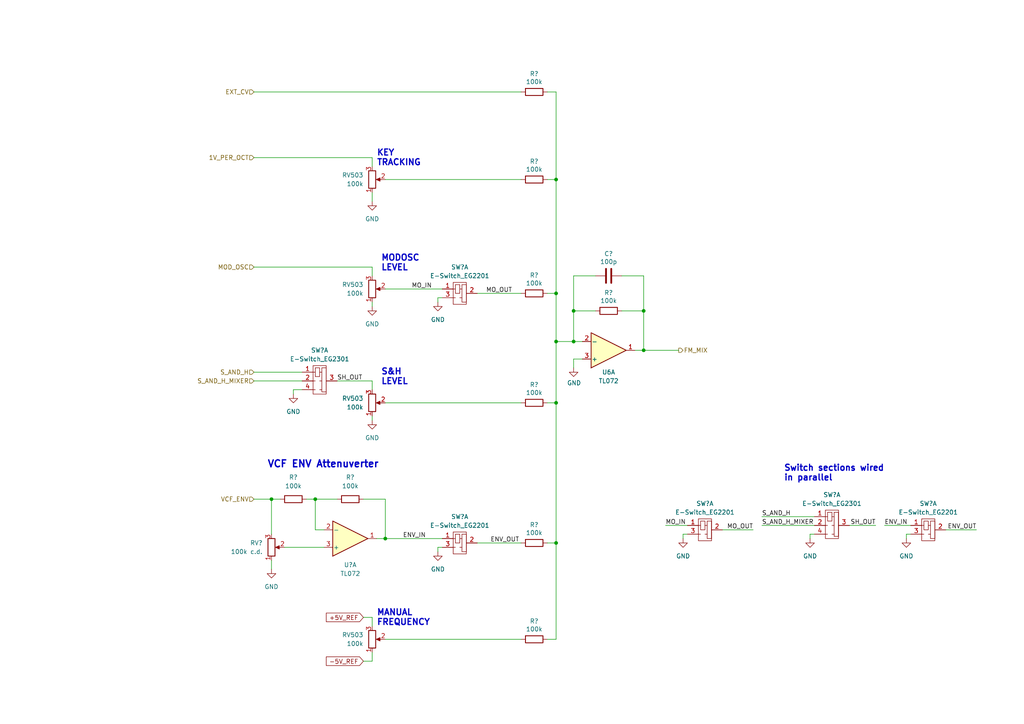
<source format=kicad_sch>
(kicad_sch (version 20230121) (generator eeschema)
  (paper "A4")
  (title_block (title "MICRO-OX VCF/VCA board") (date "2023-03-21") (rev "0") (comment 1 "creativecommons.org/licenses/by/4.0/") (comment 2 "License: CC by 4.0") (comment 3 "Author: Jordan Aceto"))
  (lib_symbols
    (symbol "Amplifier_Operational:TL072" (pin_names (offset 0.127))
      (property "Reference" "U" (at 0 5.08 0))
      (property "Value" "TL072" (at 0 -5.08 0))
      (symbol "TL072_1_1"
        (polyline (pts (xy -5.08 5.08) (xy 5.08 0) (xy -5.08 -5.08) (xy -5.08 5.08)) (stroke (width 0.254)) (fill (type background)))
        (pin output line (at 7.62 0 180) (length 2.54) (name "~") (number "1"))
        (pin input line (at -7.62 -2.54 0) (length 2.54) (name "-") (number "2"))
        (pin input line (at -7.62 2.54 0) (length 2.54) (name "+") (number "3"))
      )
      (symbol "TL072_2_1"
        (polyline (pts (xy -5.08 5.08) (xy 5.08 0) (xy -5.08 -5.08) (xy -5.08 5.08)) (stroke (width 0.254)) (fill (type background)))
        (pin input line (at -7.62 2.54 0) (length 2.54) (name "+") (number "5"))
        (pin input line (at -7.62 -2.54 0) (length 2.54) (name "-") (number "6"))
        (pin output line (at 7.62 0 180) (length 2.54) (name "~") (number "7"))
      )
      (symbol "TL072_3_1"
        (pin power_in line (at -2.54 -7.62 90) (length 3.81) (name "V-") (number "4"))
        (pin power_in line (at -2.54 7.62 270) (length 3.81) (name "V+") (number "8"))
      )
    )
    (symbol "Device:C" (pin_numbers hide) (pin_names (offset 0.254))
      (property "Reference" "C" (at 0.635 2.54 0))
      (property "Value" "C" (at 0.635 -2.54 0))
      (symbol "C_0_1"
        (polyline (pts (xy -2.032 -0.762) (xy 2.032 -0.762)) (stroke (width 0.508)))
        (polyline (pts (xy -2.032 0.762) (xy 2.032 0.762)) (stroke (width 0.508)))
      )
      (symbol "C_1_1"
        (pin passive line (at 0 3.81 270) (length 2.794) (name "~") (number "1"))
        (pin passive line (at 0 -3.81 90) (length 2.794) (name "~") (number "2"))
      )
    )
    (symbol "Device:R" (pin_numbers hide) (pin_names (offset 0))
      (property "Reference" "R" (at 2.032 0 90))
      (property "Value" "R" (at 0 0 90))
      (symbol "R_0_1"
        (rectangle (start -1.016 -2.54) (end 1.016 2.54) (stroke (width 0.254)))
      )
      (symbol "R_1_1"
        (pin passive line (at 0 3.81 270) (length 1.27) (name "~") (number "1"))
        (pin passive line (at 0 -3.81 90) (length 1.27) (name "~") (number "2"))
      )
    )
    (symbol "Device:R_Potentiometer" (pin_names (offset 1.016) hide)
      (property "Reference" "RV" (at -4.445 0 90))
      (property "Value" "R_Potentiometer" (at -2.54 0 90))
      (symbol "R_Potentiometer_0_1"
        (polyline (pts (xy 2.54 0) (xy 1.524 0)))
        (polyline (pts (xy 1.143 0) (xy 2.286 0.508) (xy 2.286 -0.508) (xy 1.143 0)) (fill (type outline)))
        (rectangle (start 1.016 2.54) (end -1.016 -2.54) (stroke (width 0.254)))
      )
      (symbol "R_Potentiometer_1_1"
        (pin passive line (at 0 3.81 270) (length 1.27) (name "1") (number "1"))
        (pin passive line (at 3.81 0 180) (length 1.27) (name "2") (number "2"))
        (pin passive line (at 0 -3.81 90) (length 1.27) (name "3") (number "3"))
      )
    )
    (symbol "custom_symbols:E-Switch_EG2201" (pin_names (offset 1.016) hide)
      (property "Reference" "SW?" (at 0 7.62 0))
      (property "Value" "E-Switch_EG2201" (at 0 5.08 0))
      (symbol "E-Switch_EG2201_0_1"
        (rectangle (start -1.905 2.54) (end -0.635 -2.54))
        (rectangle (start -1.905 3.175) (end 1.905 -3.175))
        (polyline (pts (xy -0.635 -1.27) (xy 0 -1.27)))
        (polyline (pts (xy -0.635 1.27) (xy 0 1.27)))
        (polyline (pts (xy 1.27 -1.27) (xy 1.905 -1.27)))
        (polyline (pts (xy 1.27 1.27) (xy 1.905 1.27) (xy 1.27 1.27)))
        (rectangle (start 0 2.54) (end 1.27 0))
      )
      (symbol "E-Switch_EG2201_1_1"
        (pin passive line (at 5.08 1.27 180) (length 3.175) (name "1") (number "1"))
        (pin passive line (at -5.08 0 0) (length 3.175) (name "2") (number "2"))
        (pin passive line (at 5.08 -1.27 180) (length 3.175) (name "3") (number "3"))
      )
      (symbol "E-Switch_EG2201_2_1"
        (pin passive line (at 5.08 1.27 180) (length 3.175) (name "4") (number "4"))
        (pin passive line (at -5.08 0 0) (length 3.175) (name "5") (number "5"))
        (pin passive line (at 5.08 -1.27 180) (length 3.175) (name "6") (number "6"))
      )
    )
    (symbol "custom_symbols:E-Switch_EG2301" (pin_names (offset 1.016) hide)
      (property "Reference" "SW?" (at 0 8.89 0))
      (property "Value" "E-Switch_EG2301" (at 0 6.35 0))
      (symbol "E-Switch_EG2301_0_1"
        (rectangle (start -1.905 3.81) (end -0.635 -3.175))
        (rectangle (start -1.905 4.445) (end 1.905 -3.81))
        (polyline (pts (xy -0.635 -2.54) (xy 0 -2.54)))
        (polyline (pts (xy -0.635 0) (xy 0 0)))
        (polyline (pts (xy -0.635 2.54) (xy 0 2.54)))
        (polyline (pts (xy 1.27 -2.54) (xy 1.905 -2.54)))
        (polyline (pts (xy 1.27 0) (xy 1.905 0)))
        (polyline (pts (xy 1.27 2.54) (xy 1.905 2.54) (xy 1.27 2.54)))
        (rectangle (start 0 3.81) (end 1.27 1.27))
      )
      (symbol "E-Switch_EG2301_1_1"
        (pin passive line (at 5.08 2.54 180) (length 3.175) (name "1") (number "1"))
        (pin passive line (at 5.08 0 180) (length 3.175) (name "2") (number "2"))
        (pin passive line (at -5.08 0 0) (length 3.175) (name "3") (number "3"))
        (pin passive line (at 5.08 -2.54 180) (length 3.175) (name "4") (number "4"))
      )
      (symbol "E-Switch_EG2301_2_1"
        (pin passive line (at 5.08 2.54 180) (length 3.175) (name "5") (number "5"))
        (pin passive line (at 5.08 0 180) (length 3.175) (name "6") (number "6"))
        (pin passive line (at -5.08 0 0) (length 3.175) (name "7") (number "7"))
        (pin passive line (at 5.08 -2.54 180) (length 3.175) (name "8") (number "8"))
      )
    )
    (symbol "power:GND" (power) (pin_names (offset 0))
      (property "Value" "GND" (at 0 -3.81 0))
      (symbol "GND_0_1"
        (polyline (pts (xy 0 0) (xy 0 -1.27) (xy 1.27 -1.27) (xy 0 -2.54) (xy -1.27 -1.27) (xy 0 -1.27)))
      )
      (symbol "GND_1_1"
        (pin power_in line (at 0 0 270) (length 0) hide (name "GND") (number "1"))
      )
    )
  )
  (junction (at 186.69 101.6))
  (junction (at 161.29 85.09))
  (junction (at 166.37 99.06))
  (junction (at 111.76 156.21))
  (junction (at 161.29 157.48))
  (junction (at 78.74 144.78))
  (junction (at 91.44 144.78))
  (junction (at 186.69 90.17))
  (junction (at 161.29 99.06))
  (junction (at 161.29 52.07))
  (junction (at 161.29 116.84))
  (junction (at 166.37 90.17))
  (wire (pts (xy 234.95 154.94) (xy 236.22 154.94)))
  (wire (pts (xy 186.69 90.17) (xy 186.69 101.6)))
  (wire (pts (xy 85.09 113.03) (xy 85.09 114.3)))
  (wire (pts (xy 166.37 80.01) (xy 166.37 90.17)))
  (wire (pts (xy 262.89 154.94) (xy 264.16 154.94)))
  (wire (pts (xy 220.98 152.4) (xy 236.22 152.4)))
  (wire (pts (xy 166.37 80.01) (xy 172.72 80.01)))
  (wire (pts (xy 193.04 152.4) (xy 199.39 152.4)))
  (wire (pts (xy 91.44 153.67) (xy 91.44 144.78)))
  (wire (pts (xy 186.69 90.17) (xy 186.69 80.01)))
  (wire (pts (xy 274.32 153.67) (xy 283.21 153.67)))
  (wire (pts (xy 111.76 185.42) (xy 151.13 185.42)))
  (wire (pts (xy 158.75 85.09) (xy 161.29 85.09)))
  (wire (pts (xy 107.95 179.07) (xy 107.95 181.61)))
  (wire (pts (xy 127 158.75) (xy 128.27 158.75)))
  (wire (pts (xy 107.95 77.47) (xy 107.95 80.01)))
  (wire (pts (xy 246.38 152.4) (xy 254 152.4)))
  (wire (pts (xy 111.76 156.21) (xy 111.76 144.78)))
  (wire (pts (xy 198.12 154.94) (xy 199.39 154.94)))
  (wire (pts (xy 166.37 99.06) (xy 161.29 99.06)))
  (wire (pts (xy 161.29 26.67) (xy 161.29 52.07)))
  (wire (pts (xy 198.12 156.21) (xy 198.12 154.94)))
  (wire (pts (xy 161.29 99.06) (xy 161.29 116.84)))
  (wire (pts (xy 127 87.63) (xy 127 86.36)))
  (wire (pts (xy 209.55 153.67) (xy 218.44 153.67)))
  (wire (pts (xy 172.72 90.17) (xy 166.37 90.17)))
  (wire (pts (xy 138.43 157.48) (xy 151.13 157.48)))
  (wire (pts (xy 111.76 156.21) (xy 128.27 156.21)))
  (wire (pts (xy 256.54 152.4) (xy 264.16 152.4)))
  (wire (pts (xy 82.55 158.75) (xy 93.98 158.75)))
  (wire (pts (xy 88.9 144.78) (xy 91.44 144.78)))
  (wire (pts (xy 107.95 45.72) (xy 107.95 48.26)))
  (wire (pts (xy 161.29 157.48) (xy 158.75 157.48)))
  (wire (pts (xy 234.95 156.21) (xy 234.95 154.94)))
  (wire (pts (xy 138.43 85.09) (xy 151.13 85.09)))
  (wire (pts (xy 180.34 90.17) (xy 186.69 90.17)))
  (wire (pts (xy 78.74 162.56) (xy 78.74 165.1)))
  (wire (pts (xy 161.29 52.07) (xy 161.29 85.09)))
  (wire (pts (xy 107.95 113.03) (xy 107.95 110.49)))
  (wire (pts (xy 107.95 58.42) (xy 107.95 55.88)))
  (wire (pts (xy 166.37 104.14) (xy 168.91 104.14)))
  (wire (pts (xy 78.74 144.78) (xy 81.28 144.78)))
  (wire (pts (xy 111.76 83.82) (xy 128.27 83.82)))
  (wire (pts (xy 91.44 144.78) (xy 97.79 144.78)))
  (wire (pts (xy 73.66 45.72) (xy 107.95 45.72)))
  (wire (pts (xy 107.95 191.77) (xy 107.95 189.23)))
  (wire (pts (xy 220.98 149.86) (xy 236.22 149.86)))
  (wire (pts (xy 168.91 99.06) (xy 166.37 99.06)))
  (wire (pts (xy 166.37 99.06) (xy 166.37 90.17)))
  (wire (pts (xy 186.69 80.01) (xy 180.34 80.01)))
  (wire (pts (xy 161.29 85.09) (xy 161.29 99.06)))
  (wire (pts (xy 111.76 116.84) (xy 151.13 116.84)))
  (wire (pts (xy 105.41 191.77) (xy 107.95 191.77)))
  (wire (pts (xy 158.75 26.67) (xy 161.29 26.67)))
  (wire (pts (xy 73.66 110.49) (xy 87.63 110.49)))
  (wire (pts (xy 184.15 101.6) (xy 186.69 101.6)))
  (wire (pts (xy 161.29 185.42) (xy 158.75 185.42)))
  (wire (pts (xy 78.74 154.94) (xy 78.74 144.78)))
  (wire (pts (xy 73.66 107.95) (xy 87.63 107.95)))
  (wire (pts (xy 111.76 144.78) (xy 105.41 144.78)))
  (wire (pts (xy 109.22 156.21) (xy 111.76 156.21)))
  (wire (pts (xy 161.29 157.48) (xy 161.29 185.42)))
  (wire (pts (xy 111.76 52.07) (xy 151.13 52.07)))
  (wire (pts (xy 105.41 179.07) (xy 107.95 179.07)))
  (wire (pts (xy 158.75 52.07) (xy 161.29 52.07)))
  (wire (pts (xy 107.95 120.65) (xy 107.95 121.92)))
  (wire (pts (xy 93.98 153.67) (xy 91.44 153.67)))
  (wire (pts (xy 158.75 116.84) (xy 161.29 116.84)))
  (wire (pts (xy 161.29 116.84) (xy 161.29 157.48)))
  (wire (pts (xy 73.66 77.47) (xy 107.95 77.47)))
  (wire (pts (xy 127 160.02) (xy 127 158.75)))
  (wire (pts (xy 262.89 156.21) (xy 262.89 154.94)))
  (wire (pts (xy 107.95 87.63) (xy 107.95 88.9)))
  (wire (pts (xy 73.66 144.78) (xy 78.74 144.78)))
  (wire (pts (xy 85.09 113.03) (xy 87.63 113.03)))
  (wire (pts (xy 73.66 26.67) (xy 151.13 26.67)))
  (wire (pts (xy 127 86.36) (xy 128.27 86.36)))
  (wire (pts (xy 107.95 110.49) (xy 97.79 110.49)))
  (wire (pts (xy 166.37 106.68) (xy 166.37 104.14)))
  (wire (pts (xy 186.69 101.6) (xy 196.85 101.6)))
  (text "KEY\nTRACKING" (at 109.22 48.26 0) (effects (font (size 1.75 1.75) (thickness 0.35) bold) (justify left bottom)))
  (text "MANUAL\nFREQUENCY" (at 109.22 181.61 0) (effects (font (size 1.75 1.75) (thickness 0.35) bold) (justify left bottom)))
  (text "Switch sections wired\nin parallel" (at 227.33 139.7 0) (effects (font (size 1.75 1.75) bold) (justify left bottom)))
  (text "S&H\nLEVEL" (at 110.49 111.76 0) (effects (font (size 1.75 1.75) (thickness 0.35) bold) (justify left bottom)))
  (text "VCF ENV Attenuverter" (at 77.47 135.89 0) (effects (font (size 2 2) (thickness 0.4) bold) (justify left bottom)))
  (text "MODOSC\nLEVEL" (at 110.49 78.74 0) (effects (font (size 1.75 1.75) (thickness 0.35) bold) (justify left bottom)))
  (label "ENV_IN" (at 116.84 156.21 0))
  (label "MO_IN" (at 193.04 152.4 0))
  (label "S_AND_H_MIXER" (at 220.98 152.4 0))
  (label "MO_OUT" (at 218.44 153.67 180))
  (label "S_AND_H" (at 220.98 149.86 0))
  (label "ENV_OUT" (at 142.24 157.48 0))
  (label "SH_OUT" (at 254 152.4 180))
  (label "MO_IN" (at 119.38 83.82 0))
  (label "ENV_IN" (at 256.54 152.4 0))
  (label "ENV_OUT" (at 283.21 153.67 180))
  (label "MO_OUT" (at 140.97 85.09 0))
  (label "SH_OUT" (at 97.79 110.49 0))
  (global_label "+5V_REF" (shape input) (at 105.41 179.07 180) (property "Intersheetrefs" "${INTERSHEET_REFS}" (effects hide)))
  (global_label "-5V_REF" (shape input) (at 105.41 191.77 180) (property "Intersheetrefs" "${INTERSHEET_REFS}" (effects hide)))
  (hierarchical_label "FM_MIX" (shape output) (at 196.85 101.6 0))
  (hierarchical_label "1V_PER_OCT" (shape input) (at 73.66 45.72 180))
  (hierarchical_label "S_AND_H" (shape input) (at 73.66 107.95 180))
  (hierarchical_label "MOD_OSC" (shape input) (at 73.66 77.47 180))
  (hierarchical_label "S_AND_H_MIXER" (shape input) (at 73.66 110.49 180))
  (hierarchical_label "VCF_ENV" (shape input) (at 73.66 144.78 180))
  (hierarchical_label "EXT_CV" (shape input) (at 73.66 26.67 180))
  (symbol (lib_id "power:GND") (at 262.89 156.21 0) (unit 1)
    (property "Reference" "#PWR086" (effects hide))
    (property "Value" "GND" (at 262.89 161.29 0))
    (instances (project "main_VCO_board" (path "" (reference "#PWR086") (unit 1)) (path "" (reference "#PWR049") (unit 1))) (project "VCF_VCA_board" (path "" (reference "#PWR012") (unit 1)) (path "" (reference "#PWR0411") (unit 1))))
  )
  (symbol (lib_id "Device:R") (at 154.94 85.09 270) (unit 1)
    (property "Reference" "R?" (at 154.94 79.8322 90))
    (property "Value" "100k" (at 154.94 82.1436 90))
    (property "Footprint" "Resistor_SMD:R_0603_1608Metric" (effects hide))
    (instances (project "main_VCO_board" (path "" (reference "R?") (unit 1)) (path "" (reference "R?") (unit 1))) (project "VCF_VCA_board" (path "" (reference "R405") (unit 1))))
  )
  (symbol (lib_id "Device:R") (at 176.53 90.17 270) (unit 1)
    (property "Reference" "R?" (at 176.53 84.9122 90))
    (property "Value" "100k" (at 176.53 87.2236 90))
    (property "Footprint" "Resistor_SMD:R_0603_1608Metric" (effects hide))
    (instances (project "main_VCO_board" (path "" (reference "R?") (unit 1)) (path "" (reference "R?") (unit 1))) (project "VCF_VCA_board" (path "" (reference "R409") (unit 1))))
  )
  (symbol (lib_id "Device:R") (at 85.09 144.78 90) (unit 1)
    (property "Reference" "R?" (at 85.09 138.43 90))
    (property "Value" "100k" (at 85.09 140.97 90))
    (property "Footprint" "Resistor_SMD:R_0603_1608Metric" (effects hide))
    (instances (project "main_VCO_board" (path "" (reference "R?") (unit 1))) (project "VCF_VCA_board" (path "" (reference "R?") (unit 1)) (path "" (reference "R401") (unit 1))))
  )
  (symbol (lib_id "power:GND") (at 107.95 121.92 0) (unit 1)
    (property "Reference" "#PWR043" (effects hide))
    (property "Value" "GND" (at 107.95 127 0))
    (instances (project "main_VCO_board" (path "" (reference "#PWR043") (unit 1))) (project "VCF_VCA_board" (path "" (reference "#PWR010") (unit 1)) (path "" (reference "#PWR0405") (unit 1))))
  )
  (symbol (lib_id "custom_symbols:E-Switch_EG2201") (at 204.47 153.67 0) (mirror y) (unit 1)
    (property "Reference" "SW?" (at 204.47 146.05 0))
    (property "Value" "E-Switch_EG2201" (at 204.47 148.59 0))
    (property "Footprint" "custom_footprints:E-Switch_EG2201" (effects hide))
    (property "Datasheet" "https://www.e-switch.com/wp-content/uploads/2022/06/EG.pdf" (effects hide))
    (instances (project "main_VCO_board" (path "" (reference "SW?") (unit 1)) (path "" (reference "SW?") (unit 1))) (project "VCF_VCA_board" (path "" (reference "SW?") (unit 1)) (path "" (reference "SW2") (unit 2))))
  )
  (symbol (lib_id "power:GND") (at 127 160.02 0) (unit 1)
    (property "Reference" "#PWR086" (effects hide))
    (property "Value" "GND" (at 127 165.1 0))
    (instances (project "main_VCO_board" (path "" (reference "#PWR086") (unit 1)) (path "" (reference "#PWR049") (unit 1))) (project "VCF_VCA_board" (path "" (reference "#PWR012") (unit 1)) (path "" (reference "#PWR0408") (unit 1))))
  )
  (symbol (lib_id "Amplifier_Operational:TL072") (at 101.6 156.21 0) (mirror x) (unit 1)
    (property "Reference" "U?" (at 101.6 163.83 0))
    (property "Value" "TL072" (at 101.6 166.37 0))
    (property "Footprint" "Package_SO:SOIC-8_3.9x4.9mm_P1.27mm" (effects hide))
    (property "Datasheet" "http://www.ti.com/lit/ds/symlink/tl071.pdf" (effects hide))
    (instances (project "main_VCO_board" (path "" (reference "U?") (unit 1))) (project "VCF_VCA_board" (path "" (reference "U?") (unit 1)) (path "" (reference "U5") (unit 1))))
  )
  (symbol (lib_id "custom_symbols:E-Switch_EG2201") (at 133.35 157.48 0) (mirror y) (unit 1)
    (property "Reference" "SW?" (at 133.35 149.86 0))
    (property "Value" "E-Switch_EG2201" (at 133.35 152.4 0))
    (property "Footprint" "custom_footprints:E-Switch_EG2201" (effects hide))
    (property "Datasheet" "https://www.e-switch.com/wp-content/uploads/2022/06/EG.pdf" (effects hide))
    (instances (project "main_VCO_board" (path "" (reference "SW?") (unit 1)) (path "" (reference "SW?") (unit 1))) (project "VCF_VCA_board" (path "" (reference "SW?") (unit 1)) (path "" (reference "SW4") (unit 1))))
  )
  (symbol (lib_id "power:GND") (at 166.37 106.68 0) (unit 1)
    (property "Reference" "#PWR01" (effects hide))
    (property "Value" "~" (at 166.497 111.0742 0))
    (instances (project "main_VCO_board" (path "" (reference "#PWR01") (unit 1)) (path "" (reference "#PWR040") (unit 1))) (project "VCF_VCA_board" (path "" (reference "#PWR0409") (unit 1))))
  )
  (symbol (lib_id "power:GND") (at 78.74 165.1 0) (unit 1)
    (property "Reference" "#PWR054" (effects hide))
    (property "Value" "GND" (at 78.74 170.18 0))
    (instances (project "main_VCO_board" (path "" (reference "#PWR054") (unit 1))) (project "VCF_VCA_board" (path "" (reference "#PWR08") (unit 1)) (path "" (reference "#PWR0401") (unit 1))))
  )
  (symbol (lib_id "Device:R_Potentiometer") (at 107.95 116.84 0) (mirror x) (unit 1)
    (property "Reference" "RV503" (at 105.41 115.57 0) (effects (justify right)))
    (property "Value" "100k" (at 105.41 118.11 0) (effects (justify right)))
    (property "Footprint" "Potentiometer_THT:Potentiometer_Alpha_RD901F-40-00D_Single_Vertical" (effects hide))
    (instances (project "main_VCO_board" (path "" (reference "RV503") (unit 1)) (path "" (reference "RV?") (unit 1))) (project "VCF_VCA_board" (path "" (reference "RV?") (unit 1)) (path "" (reference "RV5") (unit 1))))
  )
  (symbol (lib_id "Device:R") (at 154.94 116.84 270) (unit 1)
    (property "Reference" "R?" (at 154.94 111.5822 90))
    (property "Value" "100k" (at 154.94 113.8936 90))
    (property "Footprint" "Resistor_SMD:R_0603_1608Metric" (effects hide))
    (instances (project "main_VCO_board" (path "" (reference "R?") (unit 1)) (path "" (reference "R?") (unit 1))) (project "VCF_VCA_board" (path "" (reference "R406") (unit 1))))
  )
  (symbol (lib_id "Device:R_Potentiometer") (at 78.74 158.75 0) (mirror x) (unit 1)
    (property "Reference" "RV?" (at 76.2 157.48 0) (effects (justify right)))
    (property "Value" "100k c.d." (at 76.2 160.02 0) (effects (justify right)))
    (property "Footprint" "Potentiometer_THT:Potentiometer_Alpha_RD901F-40-00D_Single_Vertical" (effects hide))
    (instances (project "main_VCO_board" (path "" (reference "RV?") (unit 1))) (project "VCF_VCA_board" (path "" (reference "RV?") (unit 1)) (path "" (reference "RV6") (unit 1))))
  )
  (symbol (lib_id "Device:R") (at 154.94 52.07 270) (unit 1)
    (property "Reference" "R?" (at 154.94 46.8122 90))
    (property "Value" "100k" (at 154.94 49.1236 90))
    (property "Footprint" "Resistor_SMD:R_0603_1608Metric" (effects hide))
    (instances (project "main_VCO_board" (path "" (reference "R?") (unit 1)) (path "" (reference "R?") (unit 1))) (project "VCF_VCA_board" (path "" (reference "R404") (unit 1))))
  )
  (symbol (lib_id "power:GND") (at 198.12 156.21 0) (unit 1)
    (property "Reference" "#PWR086" (effects hide))
    (property "Value" "GND" (at 198.12 161.29 0))
    (instances (project "main_VCO_board" (path "" (reference "#PWR086") (unit 1)) (path "" (reference "#PWR049") (unit 1))) (project "VCF_VCA_board" (path "" (reference "#PWR012") (unit 1)) (path "" (reference "#PWR0407") (unit 1))))
  )
  (symbol (lib_id "power:GND") (at 107.95 58.42 0) (unit 1)
    (property "Reference" "#PWR0403" (effects hide))
    (property "Value" "GND" (at 107.95 63.5 0))
  )
  (symbol (lib_id "Device:R") (at 154.94 26.67 270) (unit 1)
    (property "Reference" "R?" (at 154.94 21.4122 90))
    (property "Value" "100k" (at 154.94 23.7236 90))
    (property "Footprint" "Resistor_SMD:R_0603_1608Metric" (effects hide))
    (instances (project "main_VCO_board" (path "" (reference "R?") (unit 1)) (path "" (reference "R?") (unit 1))) (project "VCF_VCA_board" (path "" (reference "R403") (unit 1))))
  )
  (symbol (lib_id "Device:R_Potentiometer") (at 107.95 83.82 0) (mirror x) (unit 1)
    (property "Reference" "RV503" (at 105.41 82.55 0) (effects (justify right)))
    (property "Value" "100k" (at 105.41 85.09 0) (effects (justify right)))
    (property "Footprint" "Potentiometer_THT:Potentiometer_Alpha_RD901F-40-00D_Single_Vertical" (effects hide))
    (instances (project "main_VCO_board" (path "" (reference "RV503") (unit 1)) (path "" (reference "RV?") (unit 1))) (project "VCF_VCA_board" (path "" (reference "RV?") (unit 1)) (path "" (reference "RV4") (unit 1))))
  )
  (symbol (lib_id "power:GND") (at 107.95 88.9 0) (unit 1)
    (property "Reference" "#PWR042" (effects hide))
    (property "Value" "GND" (at 107.95 93.98 0))
    (instances (project "main_VCO_board" (path "" (reference "#PWR042") (unit 1))) (project "VCF_VCA_board" (path "" (reference "#PWR011") (unit 1)) (path "" (reference "#PWR0404") (unit 1))))
  )
  (symbol (lib_id "custom_symbols:E-Switch_EG2201") (at 133.35 85.09 0) (mirror y) (unit 1)
    (property "Reference" "SW?" (at 133.35 77.47 0))
    (property "Value" "E-Switch_EG2201" (at 133.35 80.01 0))
    (property "Footprint" "custom_footprints:E-Switch_EG2201" (effects hide))
    (property "Datasheet" "https://www.e-switch.com/wp-content/uploads/2022/06/EG.pdf" (effects hide))
    (instances (project "main_VCO_board" (path "" (reference "SW?") (unit 1)) (path "" (reference "SW?") (unit 1))) (project "VCF_VCA_board" (path "" (reference "SW?") (unit 1)) (path "" (reference "SW2") (unit 1))))
  )
  (symbol (lib_id "Device:C") (at 176.53 80.01 270) (unit 1)
    (property "Reference" "C?" (at 176.53 73.6092 90))
    (property "Value" "100p" (at 176.53 75.9206 90))
    (property "Footprint" "Capacitor_SMD:C_0603_1608Metric" (effects hide))
    (instances (project "main_VCO_board" (path "" (reference "C?") (unit 1)) (path "" (reference "C?") (unit 1))) (project "VCF_VCA_board" (path "" (reference "C401") (unit 1))))
  )
  (symbol (lib_id "power:GND") (at 234.95 156.21 0) (unit 1)
    (property "Reference" "#PWR086" (effects hide))
    (property "Value" "GND" (at 234.95 161.29 0))
    (instances (project "main_VCO_board" (path "" (reference "#PWR086") (unit 1)) (path "" (reference "#PWR049") (unit 1))) (project "VCF_VCA_board" (path "" (reference "#PWR012") (unit 1)) (path "" (reference "#PWR0410") (unit 1))))
  )
  (symbol (lib_id "custom_symbols:E-Switch_EG2301") (at 92.71 110.49 0) (mirror y) (unit 1)
    (property "Reference" "SW?" (at 92.71 101.6 0))
    (property "Value" "E-Switch_EG2301" (at 92.71 104.14 0))
    (property "Footprint" "custom_footprints:E-Switch_EG2301" (effects hide))
    (property "Datasheet" "https://www.e-switch.com/wp-content/uploads/2022/06/EG.pdf" (effects hide))
    (instances (project "main_VCO_board" (path "" (reference "SW?") (unit 1))) (project "VCF_VCA_board" (path "" (reference "SW?") (unit 1)) (path "" (reference "SW3") (unit 1))))
  )
  (symbol (lib_id "Amplifier_Operational:TL072") (at 176.53 101.6 0) (mirror x) (unit 1)
    (property "Reference" "U6" (at 176.53 107.95 0))
    (property "Value" "TL072" (at 176.53 110.49 0))
    (property "Footprint" "Package_SO:SOIC-8_3.9x4.9mm_P1.27mm" (effects hide))
    (property "Datasheet" "http://www.ti.com/lit/ds/symlink/tl071.pdf" (effects hide))
    (instances (project "main_VCO_board" (path "" (reference "U6") (unit 1))) (project "VCF_VCA_board" (path "" (reference "U5") (unit 2))))
  )
  (symbol (lib_id "power:GND") (at 85.09 114.3 0) (unit 1)
    (property "Reference" "#PWR048" (effects hide))
    (property "Value" "GND" (at 85.09 119.38 0))
    (instances (project "main_VCO_board" (path "" (reference "#PWR048") (unit 1))) (project "VCF_VCA_board" (path "" (reference "#PWR09") (unit 1)) (path "" (reference "#PWR0402") (unit 1))))
  )
  (symbol (lib_id "custom_symbols:E-Switch_EG2301") (at 241.3 152.4 0) (mirror y) (unit 1)
    (property "Reference" "SW?" (at 241.3 143.51 0))
    (property "Value" "E-Switch_EG2301" (at 241.3 146.05 0))
    (property "Footprint" "custom_footprints:E-Switch_EG2301" (effects hide))
    (property "Datasheet" "https://www.e-switch.com/wp-content/uploads/2022/06/EG.pdf" (effects hide))
    (instances (project "main_VCO_board" (path "" (reference "SW?") (unit 1))) (project "VCF_VCA_board" (path "" (reference "SW?") (unit 1)) (path "" (reference "SW3") (unit 2))))
  )
  (symbol (lib_id "Device:R") (at 154.94 157.48 270) (unit 1)
    (property "Reference" "R?" (at 154.94 152.2222 90))
    (property "Value" "100k" (at 154.94 154.5336 90))
    (property "Footprint" "Resistor_SMD:R_0603_1608Metric" (effects hide))
    (instances (project "main_VCO_board" (path "" (reference "R?") (unit 1)) (path "" (reference "R?") (unit 1))) (project "VCF_VCA_board" (path "" (reference "R407") (unit 1))))
  )
  (symbol (lib_id "power:GND") (at 127 87.63 0) (unit 1)
    (property "Reference" "#PWR086" (effects hide))
    (property "Value" "GND" (at 127 92.71 0))
    (instances (project "main_VCO_board" (path "" (reference "#PWR086") (unit 1)) (path "" (reference "#PWR049") (unit 1))) (project "VCF_VCA_board" (path "" (reference "#PWR013") (unit 1)) (path "" (reference "#PWR0406") (unit 1))))
  )
  (symbol (lib_id "Device:R_Potentiometer") (at 107.95 52.07 0) (mirror x) (unit 1)
    (property "Reference" "RV503" (at 105.41 50.8 0) (effects (justify right)))
    (property "Value" "100k" (at 105.41 53.34 0) (effects (justify right)))
    (property "Footprint" "Potentiometer_THT:Potentiometer_Alpha_RD901F-40-00D_Single_Vertical" (effects hide))
    (instances (project "main_VCO_board" (path "" (reference "RV503") (unit 1)) (path "" (reference "RV?") (unit 1)) (path "" (reference "RV?") (unit 1)) (path "" (reference "RV?") (unit 1)) (path "" (reference "RV?") (unit 1))) (project "VCF_VCA_board" (path "" (reference "RV3") (unit 1))))
  )
  (symbol (lib_id "Device:R") (at 101.6 144.78 90) (unit 1)
    (property "Reference" "R?" (at 101.6 138.43 90))
    (property "Value" "100k" (at 101.6 140.97 90))
    (property "Footprint" "Resistor_SMD:R_0603_1608Metric" (effects hide))
    (instances (project "main_VCO_board" (path "" (reference "R?") (unit 1))) (project "VCF_VCA_board" (path "" (reference "R?") (unit 1)) (path "" (reference "R402") (unit 1))))
  )
  (symbol (lib_id "Device:R") (at 154.94 185.42 270) (unit 1)
    (property "Reference" "R?" (at 154.94 180.1622 90))
    (property "Value" "100k" (at 154.94 182.4736 90))
    (property "Footprint" "Resistor_SMD:R_0603_1608Metric" (effects hide))
    (instances (project "main_VCO_board" (path "" (reference "R?") (unit 1)) (path "" (reference "R?") (unit 1))) (project "VCF_VCA_board" (path "" (reference "R408") (unit 1))))
  )
  (symbol (lib_id "Device:R_Potentiometer") (at 107.95 185.42 0) (mirror x) (unit 1)
    (property "Reference" "RV503" (at 105.41 184.15 0) (effects (justify right)))
    (property "Value" "100k" (at 105.41 186.69 0) (effects (justify right)))
    (property "Footprint" "Potentiometer_THT:Potentiometer_Alpha_RD901F-40-00D_Single_Vertical" (effects hide))
    (instances (project "main_VCO_board" (path "" (reference "RV503") (unit 1)) (path "" (reference "RV?") (unit 1)) (path "" (reference "RV?") (unit 1)) (path "" (reference "RV?") (unit 1)) (path "" (reference "RV?") (unit 1))) (project "VCF_VCA_board" (path "" (reference "RV1") (unit 1))))
  )
  (symbol (lib_id "custom_symbols:E-Switch_EG2201") (at 269.24 153.67 0) (mirror y) (unit 1)
    (property "Reference" "SW?" (at 269.24 146.05 0))
    (property "Value" "E-Switch_EG2201" (at 269.24 148.59 0))
    (property "Footprint" "custom_footprints:E-Switch_EG2201" (effects hide))
    (property "Datasheet" "https://www.e-switch.com/wp-content/uploads/2022/06/EG.pdf" (effects hide))
    (instances (project "main_VCO_board" (path "" (reference "SW?") (unit 1)) (path "" (reference "SW?") (unit 1))) (project "VCF_VCA_board" (path "" (reference "SW?") (unit 1)) (path "" (reference "SW4") (unit 2))))
  )
)
</source>
